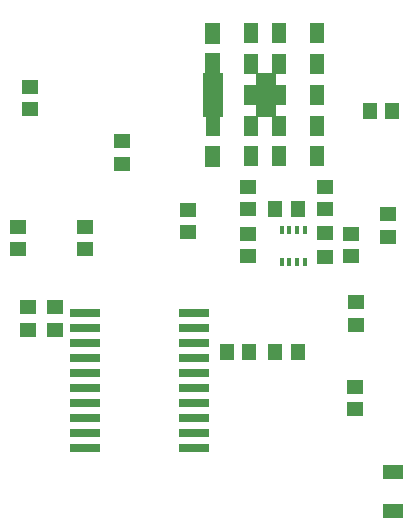
<source format=gbr>
%FSLAX34Y34*%
%MOMM*%
%LNSMDMASK_BOTTOM*%
G71*
G01*
%ADD10R, 2.600X0.800*%
%ADD11R, 0.450X0.800*%
%ADD12R, 1.400X1.300*%
%ADD13R, 1.300X1.800*%
%ADD14R, 1.300X1.400*%
%ADD15R, 1.400X1.200*%
%ADD16R, 1.800X1.300*%
%ADD17R, 1.800X3.700*%
%LPD*%
X176000Y-287300D02*
G54D10*
D03*
X176000Y-300000D02*
G54D10*
D03*
X176000Y-312700D02*
G54D10*
D03*
X176000Y-325400D02*
G54D10*
D03*
X176000Y-338100D02*
G54D10*
D03*
X176000Y-350800D02*
G54D10*
D03*
X176000Y-363500D02*
G54D10*
D03*
X176000Y-376200D02*
G54D10*
D03*
X176000Y-388900D02*
G54D10*
D03*
X176000Y-401600D02*
G54D10*
D03*
X84000Y-401600D02*
G54D10*
D03*
X84000Y-388900D02*
G54D10*
D03*
X84000Y-376200D02*
G54D10*
D03*
X84000Y-363500D02*
G54D10*
D03*
X84000Y-350800D02*
G54D10*
D03*
X84000Y-338100D02*
G54D10*
D03*
X84000Y-325400D02*
G54D10*
D03*
X84000Y-312700D02*
G54D10*
D03*
X84000Y-300000D02*
G54D10*
D03*
X84000Y-287300D02*
G54D10*
D03*
X250033Y-216875D02*
G54D11*
D03*
X250033Y-243875D02*
G54D11*
D03*
X256533Y-216875D02*
G54D11*
D03*
X256533Y-243875D02*
G54D11*
D03*
X263033Y-216875D02*
G54D11*
D03*
X263033Y-243875D02*
G54D11*
D03*
X269533Y-216875D02*
G54D11*
D03*
X269533Y-243875D02*
G54D11*
D03*
X36852Y-95374D02*
G54D12*
D03*
X36852Y-114374D02*
G54D12*
D03*
X114964Y-141383D02*
G54D12*
D03*
X114964Y-160383D02*
G54D12*
D03*
X247826Y-50158D02*
G54D13*
D03*
X280326Y-50258D02*
G54D13*
D03*
X247826Y-76158D02*
G54D13*
D03*
X280326Y-76258D02*
G54D13*
D03*
X247826Y-102158D02*
G54D13*
D03*
X280326Y-102258D02*
G54D13*
D03*
X247826Y-128158D02*
G54D13*
D03*
X280326Y-128258D02*
G54D13*
D03*
X247826Y-154158D02*
G54D13*
D03*
X280326Y-154258D02*
G54D13*
D03*
G36*
X185326Y-41158D02*
X198326Y-41158D01*
X198326Y-59158D01*
X185326Y-59158D01*
X185326Y-41158D01*
G37*
X224326Y-50258D02*
G54D13*
D03*
G36*
X185326Y-67158D02*
X198326Y-67158D01*
X198326Y-85158D01*
X185326Y-85158D01*
X185326Y-67158D01*
G37*
X224326Y-76258D02*
G54D13*
D03*
X191826Y-102158D02*
G54D13*
D03*
X224326Y-102258D02*
G54D13*
D03*
X191826Y-128158D02*
G54D13*
D03*
X224326Y-128258D02*
G54D13*
D03*
G36*
X185326Y-145158D02*
X198326Y-145158D01*
X198326Y-163158D01*
X185326Y-163158D01*
X185326Y-145158D01*
G37*
X224326Y-154258D02*
G54D13*
D03*
X324800Y-116100D02*
G54D14*
D03*
X343800Y-116101D02*
G54D14*
D03*
X222033Y-179986D02*
G54D12*
D03*
X222033Y-198986D02*
G54D12*
D03*
X287033Y-179986D02*
G54D12*
D03*
X287033Y-198986D02*
G54D12*
D03*
X263632Y-198469D02*
G54D14*
D03*
X244632Y-198469D02*
G54D14*
D03*
X84033Y-213986D02*
G54D12*
D03*
X84033Y-232986D02*
G54D12*
D03*
X287033Y-219386D02*
G54D15*
D03*
X287033Y-239386D02*
G54D15*
D03*
X309033Y-219986D02*
G54D12*
D03*
X309033Y-238986D02*
G54D12*
D03*
X27033Y-232986D02*
G54D12*
D03*
X27032Y-213987D02*
G54D12*
D03*
X58223Y-300940D02*
G54D12*
D03*
X58223Y-281941D02*
G54D12*
D03*
X35223Y-300940D02*
G54D12*
D03*
X35223Y-281941D02*
G54D12*
D03*
X313006Y-277923D02*
G54D12*
D03*
X313006Y-296923D02*
G54D12*
D03*
X171289Y-218445D02*
G54D12*
D03*
X171289Y-199445D02*
G54D12*
D03*
X222033Y-219986D02*
G54D12*
D03*
X222033Y-238986D02*
G54D12*
D03*
X244907Y-319852D02*
G54D14*
D03*
X263906Y-319851D02*
G54D14*
D03*
X203907Y-319852D02*
G54D14*
D03*
X222907Y-319851D02*
G54D14*
D03*
X339964Y-203383D02*
G54D12*
D03*
X339964Y-222383D02*
G54D12*
D03*
X344226Y-421758D02*
G54D16*
D03*
X344126Y-454258D02*
G54D16*
D03*
X311942Y-368482D02*
G54D12*
D03*
X311942Y-349482D02*
G54D12*
D03*
X237126Y-102158D02*
G54D17*
D03*
X191826Y-102158D02*
G54D17*
D03*
M02*

</source>
